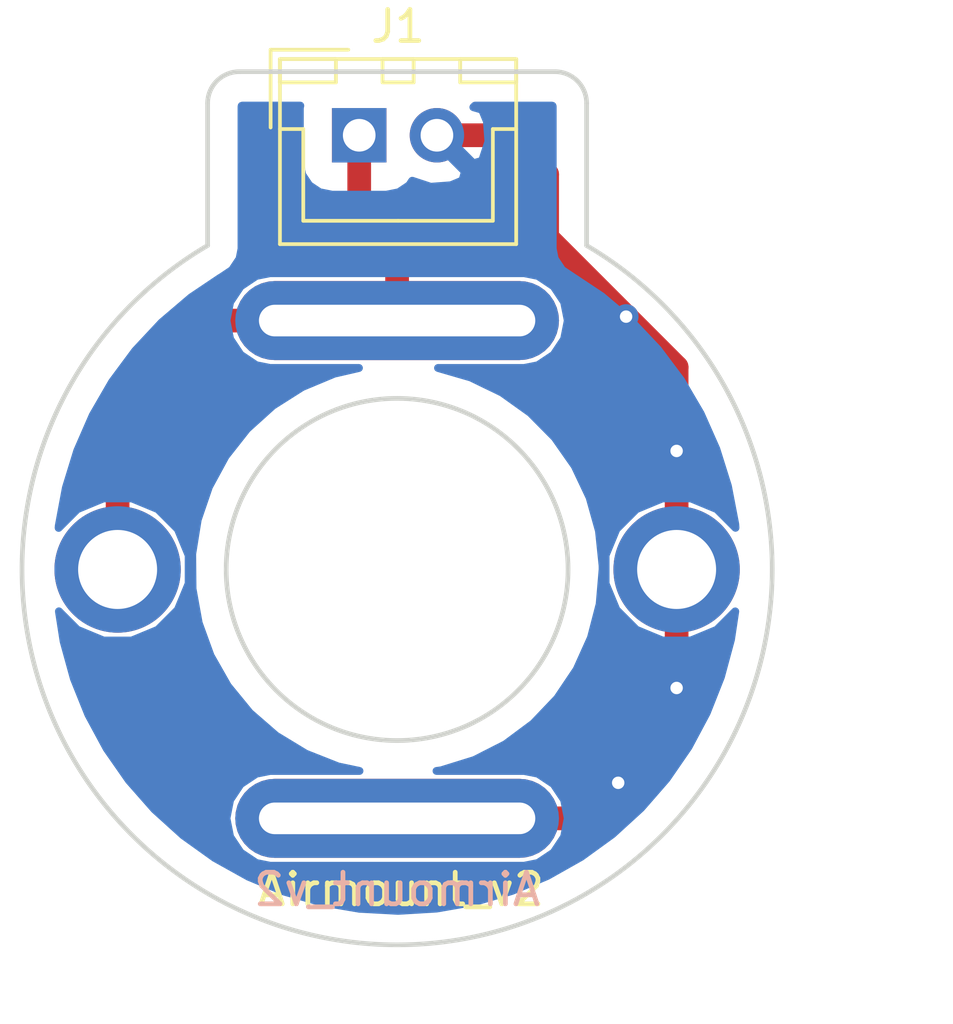
<source format=kicad_pcb>
(kicad_pcb (version 20171130) (host pcbnew 6.0.0-rc1-unknown-7dfc4e3~65~ubuntu18.04.1)

  (general
    (thickness 1.6)
    (drawings 11)
    (tracks 23)
    (zones 0)
    (modules 4)
    (nets 3)
  )

  (page A4)
  (layers
    (0 F.Cu signal)
    (31 B.Cu signal)
    (32 B.Adhes user)
    (33 F.Adhes user)
    (34 B.Paste user)
    (35 F.Paste user)
    (36 B.SilkS user)
    (37 F.SilkS user)
    (38 B.Mask user)
    (39 F.Mask user hide)
    (40 Dwgs.User user)
    (41 Cmts.User user)
    (42 Eco1.User user)
    (43 Eco2.User user)
    (44 Edge.Cuts user)
    (45 Margin user)
    (46 B.CrtYd user)
    (47 F.CrtYd user)
    (48 B.Fab user)
    (49 F.Fab user)
  )

  (setup
    (last_trace_width 0.25)
    (user_trace_width 0.254)
    (user_trace_width 0.508)
    (user_trace_width 0.762)
    (user_trace_width 1.016)
    (user_trace_width 1.27)
    (user_trace_width 1.524)
    (user_trace_width 1.778)
    (user_trace_width 2.032)
    (trace_clearance 0.2)
    (zone_clearance 0.889)
    (zone_45_only yes)
    (trace_min 0.2)
    (via_size 0.8)
    (via_drill 0.4)
    (via_min_size 0.4)
    (via_min_drill 0.3)
    (uvia_size 0.3)
    (uvia_drill 0.1)
    (uvias_allowed no)
    (uvia_min_size 0.2)
    (uvia_min_drill 0.1)
    (edge_width 0.15)
    (segment_width 0.2)
    (pcb_text_width 0.3)
    (pcb_text_size 1.5 1.5)
    (mod_edge_width 0.15)
    (mod_text_size 1 1)
    (mod_text_width 0.15)
    (pad_size 4 4)
    (pad_drill 2.5)
    (pad_to_mask_clearance 0.2)
    (aux_axis_origin 0 0)
    (grid_origin 127 88.9)
    (visible_elements FFFFFF7F)
    (pcbplotparams
      (layerselection 0x010f0_ffffffff)
      (usegerberextensions true)
      (usegerberattributes false)
      (usegerberadvancedattributes false)
      (creategerberjobfile false)
      (excludeedgelayer true)
      (linewidth 0.100000)
      (plotframeref false)
      (viasonmask false)
      (mode 1)
      (useauxorigin true)
      (hpglpennumber 1)
      (hpglpenspeed 20)
      (hpglpendiameter 15.000000)
      (psnegative false)
      (psa4output false)
      (plotreference false)
      (plotvalue false)
      (plotinvisibletext false)
      (padsonsilk false)
      (subtractmaskfromsilk true)
      (outputformat 1)
      (mirror false)
      (drillshape 0)
      (scaleselection 1)
      (outputdirectory "airmount_gerbers/"))
  )

  (net 0 "")
  (net 1 GND)
  (net 2 "Net-(J1-Pad1)")

  (net_class Default "This is the default net class."
    (clearance 0.2)
    (trace_width 0.25)
    (via_dia 0.8)
    (via_drill 0.4)
    (uvia_dia 0.3)
    (uvia_drill 0.1)
  )

  (net_class 20mil ""
    (clearance 0.2)
    (trace_width 0.508)
    (via_dia 0.8)
    (via_drill 0.4)
    (uvia_dia 0.3)
    (uvia_drill 0.1)
  )

  (net_class 30mil ""
    (clearance 0.2)
    (trace_width 0.762)
    (via_dia 0.8)
    (via_drill 0.4)
    (uvia_dia 0.3)
    (uvia_drill 0.1)
    (add_net GND)
    (add_net "Net-(J1-Pad1)")
  )

  (net_class 40mil ""
    (clearance 0.2)
    (trace_width 1.016)
    (via_dia 0.8)
    (via_drill 0.4)
    (uvia_dia 0.3)
    (uvia_drill 0.1)
  )

  (net_class 50mil ""
    (clearance 0.2)
    (trace_width 1.27)
    (via_dia 0.8)
    (via_drill 0.4)
    (uvia_dia 0.3)
    (uvia_drill 0.1)
  )

  (net_class thick ""
    (clearance 0.2)
    (trace_width 0.4)
    (via_dia 0.8)
    (via_drill 0.4)
    (uvia_dia 0.3)
    (uvia_drill 0.1)
  )

  (module library:p_contacts2 (layer F.Cu) (tedit 5B5C0A1D) (tstamp 5B670995)
    (at 127 88.9)
    (path /5B47C54B)
    (fp_text reference M1 (at 0 6.35) (layer F.SilkS) hide
      (effects (font (size 1 1) (thickness 0.15)))
    )
    (fp_text value Motor_DC (at 0 -8.89) (layer F.Fab)
      (effects (font (size 1 1) (thickness 0.15)))
    )
    (pad 2 thru_hole circle (at 8.9916 0) (size 4.064 4.064) (drill 2.54) (layers *.Mask F.Cu)
      (net 1 GND))
    (pad 1 thru_hole circle (at -8.9916 0) (size 4.064 4.064) (drill 2.54) (layers *.Mask F.Cu)
      (net 2 "Net-(J1-Pad1)"))
  )

  (module library:GasSolenoid2 (layer F.Cu) (tedit 5B5C09EB) (tstamp 5B67099A)
    (at 127 88.9 90)
    (path /5B56300C)
    (fp_text reference M2 (at 0 15.24 90) (layer F.SilkS) hide
      (effects (font (size 1 1) (thickness 0.15)))
    )
    (fp_text value Motor_DC (at 0 -6.096 90) (layer F.Fab)
      (effects (font (size 1 1) (thickness 0.15)))
    )
    (fp_circle (center 0 0) (end 5.08 0) (layer F.Fab) (width 0.15))
    (fp_circle (center 0 0) (end 12.7 0) (layer F.Fab) (width 0.15))
    (pad 2 thru_hole roundrect (at -8.001 0 90) (size 2.54 10.414) (drill oval 1.016 8.89) (layers *.Mask F.Cu) (roundrect_rratio 0.5)
      (net 1 GND))
    (pad 1 thru_hole roundrect (at 8.001 0 90) (size 2.54 10.414) (drill oval 1.016 8.89) (layers *.Mask F.Cu) (roundrect_rratio 0.5)
      (net 2 "Net-(J1-Pad1)"))
  )

  (module library:pumpBoard2 (layer F.Cu) (tedit 5B5C0136) (tstamp 5B467481)
    (at 127 88.9)
    (fp_text reference Board1 (at 0.508 14.478) (layer F.SilkS) hide
      (effects (font (size 1 1) (thickness 0.15)))
    )
    (fp_text value pumpBoard2 (at 0 -1.778) (layer F.Fab)
      (effects (font (size 1 1) (thickness 0.15)))
    )
    (fp_arc (start 5.08 -14.986) (end 6.096 -14.986) (angle -90) (layer F.Fab) (width 0.127))
    (fp_arc (start -5.08 -14.986) (end -5.08 -16.002) (angle -90) (layer F.Fab) (width 0.127))
    (fp_line (start -5.08 -16.002) (end 5.08 -16.002) (layer F.Fab) (width 0.127))
    (fp_line (start 6.096 -10.414) (end 6.096 -14.986) (layer F.Fab) (width 0.127))
    (fp_line (start -6.096 -10.414) (end -6.096 -14.986) (layer F.Fab) (width 0.127))
    (fp_arc (start 0 0) (end -6.096 -10.414) (angle -299.3) (layer F.Fab) (width 0.127))
    (fp_circle (center 0 0) (end 5.461 0) (layer F.Fab) (width 0.127))
  )

  (module Connectors_JST:JST_XH_B02B-XH-A_02x2.50mm_Straight (layer F.Cu) (tedit 58EAE7F0) (tstamp 5B4672FA)
    (at 125.7808 74.9418)
    (descr "JST XH series connector, B02B-XH-A, top entry type, through hole")
    (tags "connector jst xh tht top vertical 2.50mm")
    (path /5B47C618)
    (fp_text reference J1 (at 1.25 -3.5) (layer F.SilkS)
      (effects (font (size 1 1) (thickness 0.15)))
    )
    (fp_text value JST (at 1.25 4.5) (layer F.Fab)
      (effects (font (size 1 1) (thickness 0.15)))
    )
    (fp_line (start -2.45 -2.35) (end -2.45 3.4) (layer F.Fab) (width 0.1))
    (fp_line (start -2.45 3.4) (end 4.95 3.4) (layer F.Fab) (width 0.1))
    (fp_line (start 4.95 3.4) (end 4.95 -2.35) (layer F.Fab) (width 0.1))
    (fp_line (start 4.95 -2.35) (end -2.45 -2.35) (layer F.Fab) (width 0.1))
    (fp_line (start -2.95 -2.85) (end -2.95 3.9) (layer F.CrtYd) (width 0.05))
    (fp_line (start -2.95 3.9) (end 5.45 3.9) (layer F.CrtYd) (width 0.05))
    (fp_line (start 5.45 3.9) (end 5.45 -2.85) (layer F.CrtYd) (width 0.05))
    (fp_line (start 5.45 -2.85) (end -2.95 -2.85) (layer F.CrtYd) (width 0.05))
    (fp_line (start -2.55 -2.45) (end -2.55 3.5) (layer F.SilkS) (width 0.12))
    (fp_line (start -2.55 3.5) (end 5.05 3.5) (layer F.SilkS) (width 0.12))
    (fp_line (start 5.05 3.5) (end 5.05 -2.45) (layer F.SilkS) (width 0.12))
    (fp_line (start 5.05 -2.45) (end -2.55 -2.45) (layer F.SilkS) (width 0.12))
    (fp_line (start 0.75 -2.45) (end 0.75 -1.7) (layer F.SilkS) (width 0.12))
    (fp_line (start 0.75 -1.7) (end 1.75 -1.7) (layer F.SilkS) (width 0.12))
    (fp_line (start 1.75 -1.7) (end 1.75 -2.45) (layer F.SilkS) (width 0.12))
    (fp_line (start 1.75 -2.45) (end 0.75 -2.45) (layer F.SilkS) (width 0.12))
    (fp_line (start -2.55 -2.45) (end -2.55 -1.7) (layer F.SilkS) (width 0.12))
    (fp_line (start -2.55 -1.7) (end -0.75 -1.7) (layer F.SilkS) (width 0.12))
    (fp_line (start -0.75 -1.7) (end -0.75 -2.45) (layer F.SilkS) (width 0.12))
    (fp_line (start -0.75 -2.45) (end -2.55 -2.45) (layer F.SilkS) (width 0.12))
    (fp_line (start 3.25 -2.45) (end 3.25 -1.7) (layer F.SilkS) (width 0.12))
    (fp_line (start 3.25 -1.7) (end 5.05 -1.7) (layer F.SilkS) (width 0.12))
    (fp_line (start 5.05 -1.7) (end 5.05 -2.45) (layer F.SilkS) (width 0.12))
    (fp_line (start 5.05 -2.45) (end 3.25 -2.45) (layer F.SilkS) (width 0.12))
    (fp_line (start -2.55 -0.2) (end -1.8 -0.2) (layer F.SilkS) (width 0.12))
    (fp_line (start -1.8 -0.2) (end -1.8 2.75) (layer F.SilkS) (width 0.12))
    (fp_line (start -1.8 2.75) (end 1.25 2.75) (layer F.SilkS) (width 0.12))
    (fp_line (start 5.05 -0.2) (end 4.3 -0.2) (layer F.SilkS) (width 0.12))
    (fp_line (start 4.3 -0.2) (end 4.3 2.75) (layer F.SilkS) (width 0.12))
    (fp_line (start 4.3 2.75) (end 1.25 2.75) (layer F.SilkS) (width 0.12))
    (fp_line (start -0.35 -2.75) (end -2.85 -2.75) (layer F.SilkS) (width 0.12))
    (fp_line (start -2.85 -2.75) (end -2.85 -0.25) (layer F.SilkS) (width 0.12))
    (fp_line (start -0.35 -2.75) (end -2.85 -2.75) (layer F.Fab) (width 0.1))
    (fp_line (start -2.85 -2.75) (end -2.85 -0.25) (layer F.Fab) (width 0.1))
    (fp_text user %R (at 1.25 2.5) (layer F.Fab)
      (effects (font (size 1 1) (thickness 0.15)))
    )
    (pad 1 thru_hole rect (at 0 0) (size 1.75 1.75) (drill 1.05) (layers *.Cu *.Mask)
      (net 2 "Net-(J1-Pad1)"))
    (pad 2 thru_hole circle (at 2.5 0) (size 1.75 1.75) (drill 1.05) (layers *.Cu *.Mask)
      (net 1 GND))
    (model Connectors_JST.3dshapes/JST_XH_B02B-XH-A_02x2.50mm_Straight.wrl
      (at (xyz 0 0 0))
      (scale (xyz 1 1 1))
      (rotate (xyz 0 0 0))
    )
  )

  (gr_text Airmount_v2 (at 127.127 99.187) (layer F.SilkS)
    (effects (font (size 1.016 1.016) (thickness 0.1524)))
  )
  (gr_text Airmount_v2 (at 127 99.187) (layer B.SilkS)
    (effects (font (size 1.016 1.016) (thickness 0.1524)) (justify mirror))
  )
  (dimension 28.067 (width 0.15) (layer Dwgs.User)
    (gr_text "28.067 mm" (at 143.54 86.9315 90) (layer Dwgs.User)
      (effects (font (size 1 1) (thickness 0.15)))
    )
    (feature1 (pts (xy 127 72.898) (xy 142.826421 72.898)))
    (feature2 (pts (xy 127 100.965) (xy 142.826421 100.965)))
    (crossbar (pts (xy 142.24 100.965) (xy 142.24 72.898)))
    (arrow1a (pts (xy 142.24 72.898) (xy 142.826421 74.024504)))
    (arrow1b (pts (xy 142.24 72.898) (xy 141.653579 74.024504)))
    (arrow2a (pts (xy 142.24 100.965) (xy 142.826421 99.838496)))
    (arrow2b (pts (xy 142.24 100.965) (xy 141.653579 99.838496)))
  )
  (dimension 24.13 (width 0.15) (layer Dwgs.User)
    (gr_text "24.13 mm" (at 127 104.17) (layer Dwgs.User)
      (effects (font (size 1 1) (thickness 0.15)))
    )
    (feature1 (pts (xy 139.065 88.9) (xy 139.065 103.456421)))
    (feature2 (pts (xy 114.935 88.9) (xy 114.935 103.456421)))
    (crossbar (pts (xy 114.935 102.87) (xy 139.065 102.87)))
    (arrow1a (pts (xy 139.065 102.87) (xy 137.938496 103.456421)))
    (arrow1b (pts (xy 139.065 102.87) (xy 137.938496 102.283579)))
    (arrow2a (pts (xy 114.935 102.87) (xy 116.061504 103.456421)))
    (arrow2b (pts (xy 114.935 102.87) (xy 116.061504 102.283579)))
  )
  (gr_arc (start 132.08 73.914) (end 133.096 73.914) (angle -90) (layer Edge.Cuts) (width 0.15))
  (gr_arc (start 121.92 73.914) (end 121.92 72.898) (angle -90) (layer Edge.Cuts) (width 0.15))
  (gr_line (start 120.904 73.914) (end 120.904 78.486) (layer Edge.Cuts) (width 0.15))
  (gr_line (start 132.08 72.898) (end 121.92 72.898) (layer Edge.Cuts) (width 0.15))
  (gr_line (start 133.096 78.486) (end 133.096 73.914) (layer Edge.Cuts) (width 0.15))
  (gr_circle (center 127 88.9) (end 132.5 88.9) (layer Edge.Cuts) (width 0.15))
  (gr_arc (start 127 88.9) (end 120.904 78.486) (angle -299.3135022) (layer Edge.Cuts) (width 0.15))

  (segment (start 132.969 96.901) (end 127 96.901) (width 0.762) (layer F.Cu) (net 1))
  (segment (start 135.9916 93.8784) (end 134.112 95.758) (width 0.762) (layer F.Cu) (net 1))
  (segment (start 135.9916 88.9) (end 135.9916 92.71) (width 0.762) (layer F.Cu) (net 1))
  (segment (start 130.5678 74.9418) (end 128.2808 74.9418) (width 0.762) (layer F.Cu) (net 1))
  (segment (start 131.826 76.2) (end 130.5678 74.9418) (width 0.762) (layer F.Cu) (net 1))
  (segment (start 131.826 78.232) (end 131.826 76.2) (width 0.762) (layer F.Cu) (net 1))
  (segment (start 135.9916 88.9) (end 135.9916 85.09) (width 0.762) (layer F.Cu) (net 1))
  (segment (start 135.9916 82.3976) (end 134.366 80.772) (width 0.762) (layer F.Cu) (net 1))
  (segment (start 135.9916 85.09) (end 135.9916 82.3976) (width 0.762) (layer F.Cu) (net 1) (tstamp 5B670CC2))
  (via (at 135.9916 85.09) (size 0.8) (drill 0.4) (layers F.Cu B.Cu) (net 1))
  (segment (start 135.9916 92.71) (end 135.9916 93.8784) (width 0.762) (layer F.Cu) (net 1) (tstamp 5B670CC4))
  (via (at 135.9916 92.71) (size 0.8) (drill 0.4) (layers F.Cu B.Cu) (net 1))
  (segment (start 134.112 95.758) (end 132.969 96.901) (width 0.762) (layer F.Cu) (net 1) (tstamp 5B670CC6))
  (via (at 134.112 95.758) (size 0.8) (drill 0.4) (layers F.Cu B.Cu) (net 1))
  (segment (start 134.366 80.772) (end 131.826 78.232) (width 0.762) (layer F.Cu) (net 1) (tstamp 5B670CC8))
  (via (at 134.366 80.772) (size 0.8) (drill 0.4) (layers F.Cu B.Cu) (net 1))
  (segment (start 125.7808 77.0128) (end 127 78.232) (width 0.762) (layer F.Cu) (net 2))
  (segment (start 125.7808 74.9418) (end 125.7808 77.0128) (width 0.762) (layer F.Cu) (net 2))
  (segment (start 127 78.232) (end 127 80.899) (width 0.762) (layer F.Cu) (net 2))
  (segment (start 118.0084 85.598) (end 118.0084 88.9) (width 0.762) (layer F.Cu) (net 2))
  (segment (start 118.0084 83.9216) (end 118.0084 85.598) (width 0.762) (layer F.Cu) (net 2))
  (segment (start 127 80.899) (end 121.031 80.899) (width 0.762) (layer F.Cu) (net 2))
  (segment (start 121.031 80.899) (end 118.0084 83.9216) (width 0.762) (layer F.Cu) (net 2))

  (zone (net 1) (net_name GND) (layer B.Cu) (tstamp 5B5C0D52) (hatch edge 0.508)
    (connect_pads (clearance 0.889))
    (min_thickness 0.254)
    (fill yes (arc_segments 16) (thermal_gap 0.635) (thermal_bridge_width 0.635) (smoothing fillet) (radius 0.508))
    (polygon
      (pts
        (xy 114.808 72.644) (xy 114.808 101.092) (xy 139.192 101.092) (xy 139.192 72.644)
      )
    )
    (filled_polygon
      (pts
        (xy 123.869896 74.0668) (xy 123.869896 75.8168) (xy 123.948749 76.213223) (xy 124.173305 76.549295) (xy 124.509377 76.773851)
        (xy 124.9058 76.852704) (xy 126.6558 76.852704) (xy 127.052223 76.773851) (xy 127.388295 76.549295) (xy 127.485648 76.403597)
        (xy 128.078946 76.59862) (xy 128.728349 76.549748) (xy 129.101326 76.395256) (xy 129.18289 76.113298) (xy 128.2808 75.211208)
        (xy 128.266658 75.22535) (xy 127.99725 74.955942) (xy 128.011392 74.9418) (xy 127.99725 74.927658) (xy 128.266658 74.65825)
        (xy 128.2808 74.672392) (xy 128.294942 74.65825) (xy 128.56435 74.927658) (xy 128.550208 74.9418) (xy 129.452298 75.84389)
        (xy 129.734256 75.762326) (xy 129.93762 75.143654) (xy 129.888748 74.494251) (xy 129.734256 74.121274) (xy 129.4523 74.03971)
        (xy 129.50301 73.989) (xy 131.972546 73.989) (xy 131.999615 73.994385) (xy 132.005001 74.021459) (xy 132.005 78.593449)
        (xy 132.068301 78.911686) (xy 132.309434 79.272566) (xy 132.670313 79.513699) (xy 132.671834 79.514001) (xy 133.580461 80.117537)
        (xy 134.532371 80.918929) (xy 135.387429 81.822915) (xy 136.134664 82.817892) (xy 136.764459 83.891065) (xy 137.268719 85.028628)
        (xy 137.640962 86.215967) (xy 137.876401 87.437812) (xy 137.885928 87.561436) (xy 137.286515 86.962023) (xy 136.446314 86.614)
        (xy 135.536886 86.614) (xy 134.696685 86.962023) (xy 134.053623 87.605085) (xy 133.7056 88.445286) (xy 133.7056 89.354714)
        (xy 134.053623 90.194915) (xy 134.696685 90.837977) (xy 135.536886 91.186) (xy 136.446314 91.186) (xy 137.286515 90.837977)
        (xy 137.877432 90.24706) (xy 137.740637 91.152296) (xy 137.416628 92.35369) (xy 136.958697 93.510691) (xy 136.372737 94.608407)
        (xy 135.666276 95.632739) (xy 134.848401 96.570509) (xy 133.929623 97.409667) (xy 132.921755 98.139423) (xy 131.837758 98.750392)
        (xy 130.691567 99.234721) (xy 129.497913 99.586185) (xy 128.272146 99.800264) (xy 127.03002 99.874207) (xy 125.787518 99.807062)
        (xy 124.560599 99.599693) (xy 123.365037 99.254764) (xy 122.216207 98.776712) (xy 121.128886 98.171685) (xy 120.117039 97.447453)
        (xy 119.193682 96.613334) (xy 118.370692 95.680055) (xy 117.658636 94.659603) (xy 117.06668 93.565112) (xy 116.602427 92.410636)
        (xy 116.271848 91.211029) (xy 116.120445 90.244937) (xy 116.713485 90.837977) (xy 117.553686 91.186) (xy 118.463114 91.186)
        (xy 119.303315 90.837977) (xy 119.946377 90.194915) (xy 120.2944 89.354714) (xy 120.2944 88.445286) (xy 120.27743 88.404316)
        (xy 120.407609 88.404316) (xy 120.41834 89.52215) (xy 120.61726 90.622195) (xy 120.998683 91.672998) (xy 121.551702 92.644512)
        (xy 122.260504 93.508958) (xy 123.104823 94.241621) (xy 124.060517 94.82155) (xy 125.10026 95.232165) (xy 125.790536 95.377)
        (xy 122.912903 95.377) (xy 122.468365 95.465424) (xy 121.964258 95.802258) (xy 121.627424 96.306365) (xy 121.509144 96.901)
        (xy 121.627424 97.495635) (xy 121.964258 97.999742) (xy 122.468365 98.336576) (xy 122.912903 98.425) (xy 131.087097 98.425)
        (xy 131.531635 98.336576) (xy 132.035742 97.999742) (xy 132.372576 97.495635) (xy 132.490856 96.901) (xy 132.372576 96.306365)
        (xy 132.035742 95.802258) (xy 131.531635 95.465424) (xy 131.087097 95.377) (xy 128.267058 95.377) (xy 128.419615 95.35678)
        (xy 129.487219 95.025281) (xy 130.483705 94.518641) (xy 131.380581 93.851346) (xy 132.152203 93.042478) (xy 132.776508 92.115163)
        (xy 133.235645 91.095917) (xy 133.516486 90.013883) (xy 133.611 88.9) (xy 133.609782 88.773086) (xy 133.493901 87.661222)
        (xy 133.19234 86.584779) (xy 132.713721 85.574535) (xy 132.071729 84.659376) (xy 131.284721 83.86547) (xy 130.375199 83.215517)
        (xy 129.369171 82.7281) (xy 128.315581 82.423) (xy 131.087097 82.423) (xy 131.531635 82.334576) (xy 132.035742 81.997742)
        (xy 132.372576 81.493635) (xy 132.490856 80.899) (xy 132.372576 80.304365) (xy 132.035742 79.800258) (xy 131.531635 79.463424)
        (xy 131.087097 79.375) (xy 122.912903 79.375) (xy 122.468365 79.463424) (xy 121.964258 79.800258) (xy 121.627424 80.304365)
        (xy 121.509144 80.899) (xy 121.627424 81.493635) (xy 121.964258 81.997742) (xy 122.468365 82.334576) (xy 122.912903 82.423)
        (xy 125.772584 82.423) (xy 124.979048 82.605473) (xy 123.94738 83.035971) (xy 123.002995 83.634141) (xy 122.172897 84.382877)
        (xy 121.480821 85.260772) (xy 120.946555 86.242723) (xy 120.585375 87.300654) (xy 120.407609 88.404316) (xy 120.27743 88.404316)
        (xy 119.946377 87.605085) (xy 119.303315 86.962023) (xy 118.463114 86.614) (xy 117.553686 86.614) (xy 116.713485 86.962023)
        (xy 116.11095 87.564558) (xy 116.11576 87.497346) (xy 116.344511 86.274232) (xy 116.710252 85.084872) (xy 117.208278 83.94457)
        (xy 117.832192 82.867969) (xy 118.573972 81.868915) (xy 119.424077 80.960258) (xy 120.371574 80.153682) (xy 121.321221 79.515383)
        (xy 121.329687 79.513699) (xy 121.690566 79.272566) (xy 121.931699 78.911687) (xy 121.995 78.59345) (xy 121.995 74.021454)
        (xy 122.000385 73.994385) (xy 122.027454 73.989) (xy 123.885371 73.989)
      )
    )
  )
)

</source>
